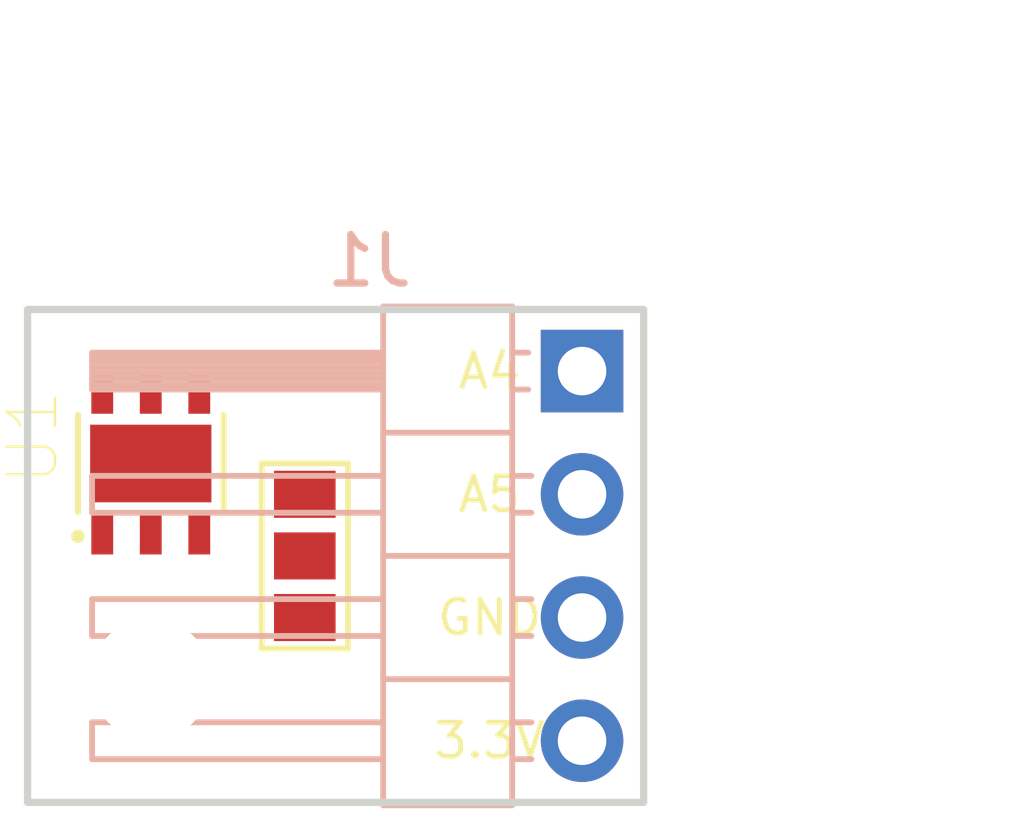
<source format=kicad_pcb>
(kicad_pcb (version 4) (host pcbnew 4.0.7-e2-6376~60~ubuntu17.10.1)

  (general
    (links 8)
    (no_connects 8)
    (area 161.849999 100.889999 174.700001 111.200001)
    (thickness 1.6)
    (drawings 10)
    (tracks 0)
    (zones 0)
    (modules 4)
    (nets 8)
  )

  (page A4)
  (layers
    (0 F.Cu signal)
    (31 B.Cu signal)
    (32 B.Adhes user)
    (33 F.Adhes user)
    (34 B.Paste user)
    (35 F.Paste user)
    (36 B.SilkS user)
    (37 F.SilkS user)
    (38 B.Mask user)
    (39 F.Mask user)
    (40 Dwgs.User user)
    (41 Cmts.User user)
    (42 Eco1.User user)
    (43 Eco2.User user)
    (44 Edge.Cuts user)
    (45 Margin user)
    (46 B.CrtYd user)
    (47 F.CrtYd user)
    (48 B.Fab user)
    (49 F.Fab user)
  )

  (setup
    (last_trace_width 0.25)
    (trace_clearance 0.2)
    (zone_clearance 0.508)
    (zone_45_only no)
    (trace_min 0.2)
    (segment_width 0.2)
    (edge_width 0.15)
    (via_size 0.6)
    (via_drill 0.4)
    (via_min_size 0.4)
    (via_min_drill 0.3)
    (uvia_size 0.3)
    (uvia_drill 0.1)
    (uvias_allowed no)
    (uvia_min_size 0.2)
    (uvia_min_drill 0.1)
    (pcb_text_width 0.3)
    (pcb_text_size 1.5 1.5)
    (mod_edge_width 0.15)
    (mod_text_size 1 1)
    (mod_text_width 0.15)
    (pad_size 1.524 1.524)
    (pad_drill 0.762)
    (pad_to_mask_clearance 0.2)
    (aux_axis_origin 0 0)
    (visible_elements FFFFFF7F)
    (pcbplotparams
      (layerselection 0x00030_80000001)
      (usegerberextensions false)
      (excludeedgelayer true)
      (linewidth 0.100000)
      (plotframeref false)
      (viasonmask false)
      (mode 1)
      (useauxorigin false)
      (hpglpennumber 1)
      (hpglpenspeed 20)
      (hpglpendiameter 15)
      (hpglpenoverlay 2)
      (psnegative false)
      (psa4output false)
      (plotreference true)
      (plotvalue true)
      (plotinvisibletext false)
      (padsonsilk false)
      (subtractmaskfromsilk false)
      (outputformat 1)
      (mirror false)
      (drillshape 1)
      (scaleselection 1)
      (outputdirectory ""))
  )

  (net 0 "")
  (net 1 +3V3)
  (net 2 GND)
  (net 3 A5)
  (net 4 A4)
  (net 5 "Net-(J2-Pad1)")
  (net 6 "Net-(J3-Pad1)")
  (net 7 "Net-(J3-Pad3)")

  (net_class Default "Ceci est la Netclass par défaut"
    (clearance 0.2)
    (trace_width 0.25)
    (via_dia 0.6)
    (via_drill 0.4)
    (uvia_dia 0.3)
    (uvia_drill 0.1)
    (add_net +3V3)
    (add_net A4)
    (add_net A5)
    (add_net GND)
    (add_net "Net-(J2-Pad1)")
    (add_net "Net-(J3-Pad1)")
    (add_net "Net-(J3-Pad3)")
  )

  (module SI7020-A20-YM0R:SON100P300X300X80-7N (layer F.Cu) (tedit 5A2EA05B) (tstamp 5A2E9FC2)
    (at 164.465 104.14 90)
    (path /5A2EA676)
    (attr smd)
    (fp_text reference U1 (at 0.54 -2.435 90) (layer F.SilkS)
      (effects (font (size 1 1) (thickness 0.05)))
    )
    (fp_text value SI7020-A20-YM0R (at 0.775 2.265 90) (layer F.SilkS) hide
      (effects (font (size 1 1) (thickness 0.05)))
    )
    (fp_circle (center -1.5 -1.5) (end -1.35858 -1.5) (layer F.SilkS) (width 0))
    (fp_line (start -2.15 -1.8) (end 2.15 -1.8) (layer Dwgs.User) (width 0.05))
    (fp_line (start 2.15 -1.8) (end 2.15 1.8) (layer Dwgs.User) (width 0.05))
    (fp_line (start 2.15 1.8) (end -2.15 1.8) (layer Dwgs.User) (width 0.05))
    (fp_line (start -2.15 1.8) (end -2.15 -1.8) (layer Dwgs.User) (width 0.05))
    (fp_line (start -1.5 -1.5) (end 1.5 -1.5) (layer Dwgs.User) (width 0.05))
    (fp_line (start 1.5 -1.5) (end 1.5 1.5) (layer Dwgs.User) (width 0.05))
    (fp_line (start 1.5 1.5) (end -1.5 1.5) (layer Dwgs.User) (width 0.05))
    (fp_line (start -1.5 1.5) (end -1.5 -1.5) (layer Dwgs.User) (width 0.05))
    (fp_line (start -1 -1.5) (end 1 -1.5) (layer F.SilkS) (width 0.127))
    (fp_line (start -1 1.5) (end 1 1.5) (layer F.SilkS) (width 0.127))
    (pad 1 smd rect (at -1.45 -1 90) (size 0.85 0.45) (layers F.Cu F.Paste F.Mask)
      (net 4 A4))
    (pad 2 smd rect (at -1.45 0 90) (size 0.85 0.45) (layers F.Cu F.Paste F.Mask)
      (net 2 GND))
    (pad 3 smd rect (at -1.45 1 90) (size 0.85 0.45) (layers F.Cu F.Paste F.Mask)
      (net 7 "Net-(J3-Pad3)"))
    (pad 4 smd rect (at 1.45 1 270) (size 0.85 0.45) (layers F.Cu F.Paste F.Mask)
      (net 6 "Net-(J3-Pad1)"))
    (pad 5 smd rect (at 1.45 0 270) (size 0.85 0.45) (layers F.Cu F.Paste F.Mask)
      (net 1 +3V3))
    (pad 6 smd rect (at 1.45 -1 270) (size 0.85 0.45) (layers F.Cu F.Paste F.Mask)
      (net 3 A5))
    (pad 7 smd rect (at 0 0 90) (size 1.6 2.5) (layers F.Cu F.Paste F.Mask)
      (net 2 GND))
  )

  (module Mounting_Holes:MountingHole_2.5mm (layer F.Cu) (tedit 5A2EA1D0) (tstamp 5A2EA10D)
    (at 164.465 108.585)
    (descr "Mounting Hole 2.5mm, no annular")
    (tags "mounting hole 2.5mm no annular")
    (path /5A2EA9AD)
    (fp_text reference J2 (at 0 -3.5) (layer F.SilkS) hide
      (effects (font (size 1 1) (thickness 0.15)))
    )
    (fp_text value CONN_01X01 (at 0 3.5) (layer F.Fab) hide
      (effects (font (size 1 1) (thickness 0.15)))
    )
    (fp_circle (center 0 0) (end 2.5 0) (layer Cmts.User) (width 0.15))
    (fp_circle (center 0 0) (end 2.75 0) (layer F.CrtYd) (width 0.05))
    (pad 1 np_thru_hole circle (at 0 0) (size 2.5 2.5) (drill 2.5) (layers *.Cu *.Mask)
      (net 5 "Net-(J2-Pad1)"))
  )

  (module Connectors:GS3 (layer F.Cu) (tedit 5A2EA1D4) (tstamp 5A2EA176)
    (at 167.64 106.045)
    (descr "3-pin solder bridge")
    (tags "solder bridge")
    (path /5A2EAAE8)
    (attr smd)
    (fp_text reference J3 (at -1.7 0 90) (layer F.SilkS) hide
      (effects (font (size 1 1) (thickness 0.15)))
    )
    (fp_text value GS3 (at 1.8 0 90) (layer F.Fab) hide
      (effects (font (size 1 1) (thickness 0.15)))
    )
    (fp_line (start -1.15 -2.15) (end 1.15 -2.15) (layer F.CrtYd) (width 0.05))
    (fp_line (start 1.15 -2.15) (end 1.15 2.15) (layer F.CrtYd) (width 0.05))
    (fp_line (start 1.15 2.15) (end -1.15 2.15) (layer F.CrtYd) (width 0.05))
    (fp_line (start -1.15 2.15) (end -1.15 -2.15) (layer F.CrtYd) (width 0.05))
    (fp_line (start -0.89 -1.91) (end -0.89 1.91) (layer F.SilkS) (width 0.12))
    (fp_line (start -0.89 1.91) (end 0.89 1.91) (layer F.SilkS) (width 0.12))
    (fp_line (start 0.89 1.91) (end 0.89 -1.91) (layer F.SilkS) (width 0.12))
    (fp_line (start -0.89 -1.91) (end 0.89 -1.91) (layer F.SilkS) (width 0.12))
    (pad 1 smd rect (at 0 -1.27) (size 1.27 0.97) (layers F.Cu F.Paste F.Mask)
      (net 6 "Net-(J3-Pad1)"))
    (pad 2 smd rect (at 0 0) (size 1.27 0.97) (layers F.Cu F.Paste F.Mask)
      (net 2 GND))
    (pad 3 smd rect (at 0 1.27) (size 1.27 0.97) (layers F.Cu F.Paste F.Mask)
      (net 7 "Net-(J3-Pad3)"))
  )

  (module Pin_Headers:Pin_Header_Angled_1x04_Pitch2.54mm (layer B.Cu) (tedit 5A2EA313) (tstamp 5A2EA6CC)
    (at 173.355 102.235 180)
    (descr "Through hole angled pin header, 1x04, 2.54mm pitch, 6mm pin length, single row")
    (tags "Through hole angled pin header THT 1x04 2.54mm single row")
    (path /5A2EA633)
    (fp_text reference J1 (at 4.385 2.27 180) (layer B.SilkS)
      (effects (font (size 1 1) (thickness 0.15)) (justify mirror))
    )
    (fp_text value CONN_01X04 (at 4.385 -9.89 180) (layer B.Fab) hide
      (effects (font (size 1 1) (thickness 0.15)) (justify mirror))
    )
    (fp_line (start 2.135 1.27) (end 4.04 1.27) (layer B.Fab) (width 0.1))
    (fp_line (start 4.04 1.27) (end 4.04 -8.89) (layer B.Fab) (width 0.1))
    (fp_line (start 4.04 -8.89) (end 1.5 -8.89) (layer B.Fab) (width 0.1))
    (fp_line (start 1.5 -8.89) (end 1.5 0.635) (layer B.Fab) (width 0.1))
    (fp_line (start 1.5 0.635) (end 2.135 1.27) (layer B.Fab) (width 0.1))
    (fp_line (start -0.32 0.32) (end 1.5 0.32) (layer B.Fab) (width 0.1))
    (fp_line (start -0.32 0.32) (end -0.32 -0.32) (layer B.Fab) (width 0.1))
    (fp_line (start -0.32 -0.32) (end 1.5 -0.32) (layer B.Fab) (width 0.1))
    (fp_line (start 4.04 0.32) (end 10.04 0.32) (layer B.Fab) (width 0.1))
    (fp_line (start 10.04 0.32) (end 10.04 -0.32) (layer B.Fab) (width 0.1))
    (fp_line (start 4.04 -0.32) (end 10.04 -0.32) (layer B.Fab) (width 0.1))
    (fp_line (start -0.32 -2.22) (end 1.5 -2.22) (layer B.Fab) (width 0.1))
    (fp_line (start -0.32 -2.22) (end -0.32 -2.86) (layer B.Fab) (width 0.1))
    (fp_line (start -0.32 -2.86) (end 1.5 -2.86) (layer B.Fab) (width 0.1))
    (fp_line (start 4.04 -2.22) (end 10.04 -2.22) (layer B.Fab) (width 0.1))
    (fp_line (start 10.04 -2.22) (end 10.04 -2.86) (layer B.Fab) (width 0.1))
    (fp_line (start 4.04 -2.86) (end 10.04 -2.86) (layer B.Fab) (width 0.1))
    (fp_line (start -0.32 -4.76) (end 1.5 -4.76) (layer B.Fab) (width 0.1))
    (fp_line (start -0.32 -4.76) (end -0.32 -5.4) (layer B.Fab) (width 0.1))
    (fp_line (start -0.32 -5.4) (end 1.5 -5.4) (layer B.Fab) (width 0.1))
    (fp_line (start 4.04 -4.76) (end 10.04 -4.76) (layer B.Fab) (width 0.1))
    (fp_line (start 10.04 -4.76) (end 10.04 -5.4) (layer B.Fab) (width 0.1))
    (fp_line (start 4.04 -5.4) (end 10.04 -5.4) (layer B.Fab) (width 0.1))
    (fp_line (start -0.32 -7.3) (end 1.5 -7.3) (layer B.Fab) (width 0.1))
    (fp_line (start -0.32 -7.3) (end -0.32 -7.94) (layer B.Fab) (width 0.1))
    (fp_line (start -0.32 -7.94) (end 1.5 -7.94) (layer B.Fab) (width 0.1))
    (fp_line (start 4.04 -7.3) (end 10.04 -7.3) (layer B.Fab) (width 0.1))
    (fp_line (start 10.04 -7.3) (end 10.04 -7.94) (layer B.Fab) (width 0.1))
    (fp_line (start 4.04 -7.94) (end 10.04 -7.94) (layer B.Fab) (width 0.1))
    (fp_line (start 1.44 1.33) (end 1.44 -8.95) (layer B.SilkS) (width 0.12))
    (fp_line (start 1.44 -8.95) (end 4.1 -8.95) (layer B.SilkS) (width 0.12))
    (fp_line (start 4.1 -8.95) (end 4.1 1.33) (layer B.SilkS) (width 0.12))
    (fp_line (start 4.1 1.33) (end 1.44 1.33) (layer B.SilkS) (width 0.12))
    (fp_line (start 4.1 0.38) (end 10.1 0.38) (layer B.SilkS) (width 0.12))
    (fp_line (start 10.1 0.38) (end 10.1 -0.38) (layer B.SilkS) (width 0.12))
    (fp_line (start 10.1 -0.38) (end 4.1 -0.38) (layer B.SilkS) (width 0.12))
    (fp_line (start 4.1 0.32) (end 10.1 0.32) (layer B.SilkS) (width 0.12))
    (fp_line (start 4.1 0.2) (end 10.1 0.2) (layer B.SilkS) (width 0.12))
    (fp_line (start 4.1 0.08) (end 10.1 0.08) (layer B.SilkS) (width 0.12))
    (fp_line (start 4.1 -0.04) (end 10.1 -0.04) (layer B.SilkS) (width 0.12))
    (fp_line (start 4.1 -0.16) (end 10.1 -0.16) (layer B.SilkS) (width 0.12))
    (fp_line (start 4.1 -0.28) (end 10.1 -0.28) (layer B.SilkS) (width 0.12))
    (fp_line (start 1.11 0.38) (end 1.44 0.38) (layer B.SilkS) (width 0.12))
    (fp_line (start 1.11 -0.38) (end 1.44 -0.38) (layer B.SilkS) (width 0.12))
    (fp_line (start 1.44 -1.27) (end 4.1 -1.27) (layer B.SilkS) (width 0.12))
    (fp_line (start 4.1 -2.16) (end 10.1 -2.16) (layer B.SilkS) (width 0.12))
    (fp_line (start 10.1 -2.16) (end 10.1 -2.92) (layer B.SilkS) (width 0.12))
    (fp_line (start 10.1 -2.92) (end 4.1 -2.92) (layer B.SilkS) (width 0.12))
    (fp_line (start 1.042929 -2.16) (end 1.44 -2.16) (layer B.SilkS) (width 0.12))
    (fp_line (start 1.042929 -2.92) (end 1.44 -2.92) (layer B.SilkS) (width 0.12))
    (fp_line (start 1.44 -3.81) (end 4.1 -3.81) (layer B.SilkS) (width 0.12))
    (fp_line (start 4.1 -4.7) (end 10.1 -4.7) (layer B.SilkS) (width 0.12))
    (fp_line (start 10.1 -4.7) (end 10.1 -5.46) (layer B.SilkS) (width 0.12))
    (fp_line (start 10.1 -5.46) (end 4.1 -5.46) (layer B.SilkS) (width 0.12))
    (fp_line (start 1.042929 -4.7) (end 1.44 -4.7) (layer B.SilkS) (width 0.12))
    (fp_line (start 1.042929 -5.46) (end 1.44 -5.46) (layer B.SilkS) (width 0.12))
    (fp_line (start 1.44 -6.35) (end 4.1 -6.35) (layer B.SilkS) (width 0.12))
    (fp_line (start 4.1 -7.24) (end 10.1 -7.24) (layer B.SilkS) (width 0.12))
    (fp_line (start 10.1 -7.24) (end 10.1 -8) (layer B.SilkS) (width 0.12))
    (fp_line (start 10.1 -8) (end 4.1 -8) (layer B.SilkS) (width 0.12))
    (fp_line (start 1.042929 -7.24) (end 1.44 -7.24) (layer B.SilkS) (width 0.12))
    (fp_line (start 1.042929 -8) (end 1.44 -8) (layer B.SilkS) (width 0.12))
    (fp_line (start -1.27 0) (end -1.27 1.27) (layer B.SilkS) (width 0.12))
    (fp_line (start -1.27 1.27) (end 0 1.27) (layer B.SilkS) (width 0.12))
    (fp_line (start -1.8 1.8) (end -1.8 -9.4) (layer B.CrtYd) (width 0.05))
    (fp_line (start -1.8 -9.4) (end 10.55 -9.4) (layer B.CrtYd) (width 0.05))
    (fp_line (start 10.55 -9.4) (end 10.55 1.8) (layer B.CrtYd) (width 0.05))
    (fp_line (start 10.55 1.8) (end -1.8 1.8) (layer B.CrtYd) (width 0.05))
    (fp_text user %R (at 2.77 -3.81 450) (layer B.Fab)
      (effects (font (size 1 1) (thickness 0.15)) (justify mirror))
    )
    (pad 1 thru_hole rect (at 0 0 180) (size 1.7 1.7) (drill 1) (layers *.Cu *.Mask)
      (net 4 A4))
    (pad 2 thru_hole oval (at 0 -2.54 180) (size 1.7 1.7) (drill 1) (layers *.Cu *.Mask)
      (net 3 A5))
    (pad 3 thru_hole oval (at 0 -5.08 180) (size 1.7 1.7) (drill 1) (layers *.Cu *.Mask)
      (net 2 GND))
    (pad 4 thru_hole oval (at 0 -7.62 180) (size 1.7 1.7) (drill 1) (layers *.Cu *.Mask)
      (net 1 +3V3))
    (model ${KISYS3DMOD}/Pin_Headers.3dshapes/Pin_Header_Angled_1x04_Pitch2.54mm.wrl
      (at (xyz 0 0 0))
      (scale (xyz 1 1 1))
      (rotate (xyz 0 0 0))
    )
  )

  (dimension 10.16 (width 0.3) (layer F.Fab)
    (gr_text "10,160 mm" (at 179.785 106.045 270) (layer F.Fab)
      (effects (font (size 1.5 1.5) (thickness 0.3)))
    )
    (feature1 (pts (xy 174.625 111.125) (xy 181.135 111.125)))
    (feature2 (pts (xy 174.625 100.965) (xy 181.135 100.965)))
    (crossbar (pts (xy 178.435 100.965) (xy 178.435 111.125)))
    (arrow1a (pts (xy 178.435 111.125) (xy 177.848579 109.998496)))
    (arrow1b (pts (xy 178.435 111.125) (xy 179.021421 109.998496)))
    (arrow2a (pts (xy 178.435 100.965) (xy 177.848579 102.091504)))
    (arrow2b (pts (xy 178.435 100.965) (xy 179.021421 102.091504)))
  )
  (dimension 12.7 (width 0.3) (layer F.Fab)
    (gr_text "12,700 mm" (at 168.275 96.44) (layer F.Fab)
      (effects (font (size 1.5 1.5) (thickness 0.3)))
    )
    (feature1 (pts (xy 174.625 100.965) (xy 174.625 95.09)))
    (feature2 (pts (xy 161.925 100.965) (xy 161.925 95.09)))
    (crossbar (pts (xy 161.925 97.79) (xy 174.625 97.79)))
    (arrow1a (pts (xy 174.625 97.79) (xy 173.498496 98.376421)))
    (arrow1b (pts (xy 174.625 97.79) (xy 173.498496 97.203579)))
    (arrow2a (pts (xy 161.925 97.79) (xy 163.051504 98.376421)))
    (arrow2b (pts (xy 161.925 97.79) (xy 163.051504 97.203579)))
  )
  (gr_text A4 (at 171.45 102.235) (layer F.SilkS)
    (effects (font (size 0.7 0.7) (thickness 0.1)))
  )
  (gr_text A5 (at 171.45 104.775) (layer F.SilkS)
    (effects (font (size 0.7 0.7) (thickness 0.1)))
  )
  (gr_text GND (at 171.45 107.315) (layer F.SilkS)
    (effects (font (size 0.7 0.7) (thickness 0.1)))
  )
  (gr_text 3.3V (at 171.45 109.855) (layer F.SilkS)
    (effects (font (size 0.7 0.7) (thickness 0.1)))
  )
  (gr_line (start 174.625 111.125) (end 174.625 100.965) (angle 90) (layer Edge.Cuts) (width 0.15))
  (gr_line (start 161.925 111.125) (end 174.625 111.125) (angle 90) (layer Edge.Cuts) (width 0.15))
  (gr_line (start 161.925 100.965) (end 161.925 111.125) (angle 90) (layer Edge.Cuts) (width 0.15))
  (gr_line (start 174.625 100.965) (end 161.925 100.965) (angle 90) (layer Edge.Cuts) (width 0.15))

)

</source>
